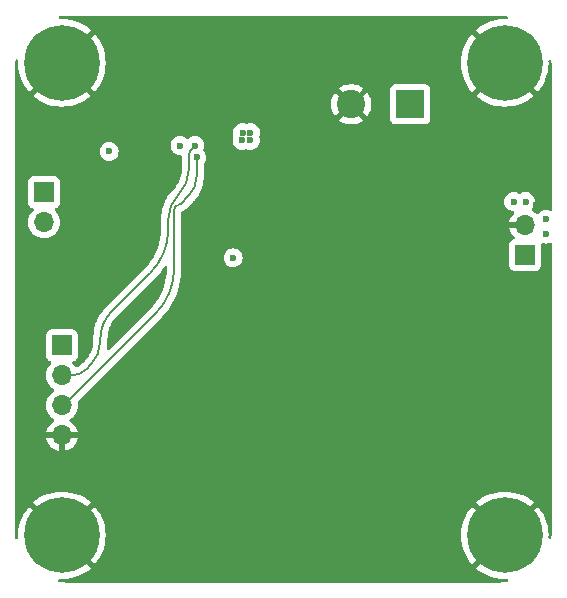
<source format=gbr>
%TF.GenerationSoftware,KiCad,Pcbnew,8.0.5*%
%TF.CreationDate,2024-09-18T15:37:43+10:00*%
%TF.ProjectId,mppt-board,6d707074-2d62-46f6-9172-642e6b696361,rev?*%
%TF.SameCoordinates,Original*%
%TF.FileFunction,Copper,L4,Inr*%
%TF.FilePolarity,Positive*%
%FSLAX46Y46*%
G04 Gerber Fmt 4.6, Leading zero omitted, Abs format (unit mm)*
G04 Created by KiCad (PCBNEW 8.0.5) date 2024-09-18 15:37:43*
%MOMM*%
%LPD*%
G01*
G04 APERTURE LIST*
%TA.AperFunction,ComponentPad*%
%ADD10C,6.400000*%
%TD*%
%TA.AperFunction,ComponentPad*%
%ADD11R,2.400000X2.400000*%
%TD*%
%TA.AperFunction,ComponentPad*%
%ADD12C,2.400000*%
%TD*%
%TA.AperFunction,ComponentPad*%
%ADD13R,1.700000X1.700000*%
%TD*%
%TA.AperFunction,ComponentPad*%
%ADD14O,1.700000X1.700000*%
%TD*%
%TA.AperFunction,ViaPad*%
%ADD15C,0.600000*%
%TD*%
%TA.AperFunction,Conductor*%
%ADD16C,0.200000*%
%TD*%
G04 APERTURE END LIST*
D10*
%TO.N,GND*%
%TO.C,H3*%
X66500000Y-94000000D03*
%TD*%
D11*
%TO.N,Net-(D1-A)*%
%TO.C,C2*%
X96000000Y-57500000D03*
D12*
%TO.N,GND*%
X91000000Y-57500000D03*
%TD*%
D10*
%TO.N,GND*%
%TO.C,H2*%
X104000000Y-54000000D03*
%TD*%
D13*
%TO.N,VCC*%
%TO.C,J2*%
X66500000Y-77920000D03*
D14*
%TO.N,/swclk*%
X66500000Y-80460000D03*
%TO.N,/swdio*%
X66500000Y-83000000D03*
%TO.N,GND*%
X66500000Y-85540000D03*
%TD*%
D13*
%TO.N,VBUS*%
%TO.C,SC1*%
X65000000Y-64960000D03*
D14*
%TO.N,Net-(SC1--)*%
X65000000Y-67500000D03*
%TD*%
D10*
%TO.N,GND*%
%TO.C,H1*%
X66500000Y-54000000D03*
%TD*%
D13*
%TO.N,Net-(D1-A)*%
%TO.C,J1*%
X105725000Y-70250000D03*
D14*
%TO.N,GND*%
X105725000Y-67710000D03*
%TD*%
D10*
%TO.N,GND*%
%TO.C,H4*%
X104000000Y-94000000D03*
%TD*%
D15*
%TO.N,*%
X107500000Y-68500000D03*
X107500000Y-67250000D03*
X104750000Y-65750000D03*
X105750000Y-65750000D03*
%TO.N,GND*%
X106680000Y-60960000D03*
X88900000Y-63500000D03*
X66040000Y-60960000D03*
X98000000Y-93000000D03*
X81280000Y-96520000D03*
X87500000Y-71750000D03*
X91000000Y-55000000D03*
X66750000Y-75000000D03*
X81280000Y-81280000D03*
X106680000Y-88900000D03*
X71500000Y-53000000D03*
X85750000Y-55000000D03*
X99060000Y-91440000D03*
X93000000Y-59500000D03*
X86360000Y-50800000D03*
X81280000Y-76200000D03*
X87250000Y-73250000D03*
X70750000Y-65000000D03*
X101600000Y-88900000D03*
X89000000Y-74500000D03*
X86000000Y-72750000D03*
X106680000Y-66040000D03*
X103000000Y-80500000D03*
X71120000Y-91440000D03*
X88250000Y-57500000D03*
X93250000Y-55250000D03*
X86360000Y-66040000D03*
X66750000Y-74000000D03*
X86360000Y-96520000D03*
X86360000Y-81280000D03*
X93250000Y-57250000D03*
X70500000Y-64000000D03*
X91440000Y-66040000D03*
X67500000Y-75500000D03*
X75000000Y-58500000D03*
X89000000Y-72000000D03*
X76750000Y-72750000D03*
X86360000Y-60960000D03*
X86500000Y-55000000D03*
X97250000Y-83500000D03*
X86360000Y-86360000D03*
X81280000Y-86360000D03*
X83750000Y-64250000D03*
X88750000Y-59750000D03*
X84750000Y-65000000D03*
X74750000Y-56000000D03*
X72500000Y-71000000D03*
X93500000Y-97500000D03*
X97750000Y-80500000D03*
X76750000Y-73750000D03*
X73000000Y-51750000D03*
X101600000Y-50800000D03*
X74750000Y-57250000D03*
X71500000Y-72250000D03*
X71120000Y-55880000D03*
X73250000Y-74500000D03*
X68250000Y-75500000D03*
X88750000Y-55500000D03*
X100250000Y-80500000D03*
X71120000Y-76200000D03*
X77000000Y-59750000D03*
X69000000Y-75500000D03*
X96520000Y-66040000D03*
X74750000Y-59500000D03*
X81280000Y-91440000D03*
X87750000Y-53500000D03*
X75000000Y-97750000D03*
X86500000Y-52000000D03*
X72000000Y-65250000D03*
X84750000Y-66000000D03*
X104140000Y-88900000D03*
X76000000Y-59750000D03*
X103000000Y-75000000D03*
X71120000Y-86360000D03*
X71120000Y-81280000D03*
X96520000Y-50800000D03*
X72500000Y-70000000D03*
X91440000Y-50800000D03*
X86360000Y-91440000D03*
X99060000Y-88900000D03*
X71120000Y-50800000D03*
X86360000Y-76200000D03*
X70500000Y-96750000D03*
X78500000Y-73000000D03*
X99060000Y-96520000D03*
X91250000Y-60000000D03*
X66040000Y-71120000D03*
%TO.N,VCC*%
X81750000Y-60550000D03*
X70500000Y-61500000D03*
X82450000Y-60550000D03*
X81800000Y-59900000D03*
X82450000Y-59900000D03*
%TO.N,/V_{drop}*%
X76500000Y-61000000D03*
X81000000Y-70500000D03*
%TO.N,/swdio*%
X77900000Y-62000000D03*
%TO.N,/swclk*%
X77750000Y-61000000D03*
%TD*%
D16*
%TO.N,/swdio*%
X66575000Y-83000000D02*
X66500000Y-83000000D01*
X76161611Y-66088388D02*
X76125000Y-66125000D01*
X66703033Y-82946966D02*
X74406207Y-75243792D01*
X76000000Y-66426776D02*
X76000000Y-71396036D01*
X77900000Y-62000000D02*
X77900000Y-63610050D01*
X77199999Y-65299999D02*
X76588388Y-65911611D01*
X66703033Y-82946966D02*
G75*
G02*
X66575000Y-82999989I-128033J128066D01*
G01*
X76000000Y-71396036D02*
G75*
G02*
X74406200Y-75243785I-5441600J36D01*
G01*
X76588388Y-65911611D02*
G75*
G02*
X76375000Y-65999992I-213388J213411D01*
G01*
X76125000Y-66125000D02*
G75*
G03*
X75999990Y-66426776I301800J-301800D01*
G01*
X76375000Y-66000000D02*
G75*
G03*
X76161607Y-66088384I0J-301800D01*
G01*
X77900000Y-63610050D02*
G75*
G02*
X77199985Y-65299985I-2390000J50D01*
G01*
%TO.N,/swclk*%
X77250000Y-63012563D02*
X77250000Y-61853553D01*
X69750000Y-77375000D02*
X69750000Y-77540847D01*
X77750000Y-61000000D02*
X77500000Y-61250000D01*
X67270000Y-80460000D02*
X66500000Y-80460000D01*
X75500000Y-68125000D02*
X75500000Y-67237436D01*
X73997397Y-71752601D02*
X70722271Y-75027728D01*
X68584472Y-79915527D02*
X68895000Y-79605000D01*
X77250000Y-63012563D02*
G75*
G02*
X76375032Y-65125032I-2987500J-37D01*
G01*
X75500000Y-68125000D02*
G75*
G02*
X73997397Y-71752601I-5130200J0D01*
G01*
X76375000Y-65125000D02*
G75*
G03*
X75500015Y-67237436I2112400J-2112400D01*
G01*
X68584472Y-79915527D02*
G75*
G02*
X67270000Y-80460012I-1314472J1314427D01*
G01*
X69750000Y-77540847D02*
G75*
G02*
X68894986Y-79604986I-2919200J47D01*
G01*
X77500000Y-61250000D02*
G75*
G03*
X77250022Y-61853553I603500J-603500D01*
G01*
X70722271Y-75027728D02*
G75*
G03*
X69749987Y-77375000I2347229J-2347272D01*
G01*
%TD*%
%TA.AperFunction,Conductor*%
%TO.N,GND*%
G36*
X75354677Y-71229392D02*
G01*
X75393701Y-71287348D01*
X75399500Y-71324823D01*
X75399500Y-71393605D01*
X75399404Y-71398474D01*
X75384765Y-71770988D01*
X75384001Y-71780694D01*
X75340467Y-72148496D01*
X75338944Y-72158113D01*
X75266685Y-72521374D01*
X75264412Y-72530841D01*
X75163880Y-72887298D01*
X75160872Y-72896558D01*
X75032674Y-73244049D01*
X75028948Y-73253044D01*
X74873883Y-73589404D01*
X74869464Y-73598075D01*
X74688492Y-73921223D01*
X74683411Y-73929516D01*
X74477639Y-74237475D01*
X74471916Y-74245351D01*
X74242619Y-74536214D01*
X74236296Y-74543618D01*
X73983037Y-74817591D01*
X73979662Y-74821101D01*
X70499801Y-78300961D01*
X70438478Y-78334446D01*
X70368786Y-78329462D01*
X70312853Y-78287590D01*
X70288436Y-78222126D01*
X70290502Y-78189091D01*
X70316597Y-78057916D01*
X70350498Y-77713765D01*
X70350498Y-77629900D01*
X70350500Y-77629893D01*
X70350500Y-77537353D01*
X70350501Y-77467943D01*
X70350500Y-77467938D01*
X70350500Y-77378480D01*
X70350695Y-77371527D01*
X70360112Y-77203843D01*
X70367207Y-77077506D01*
X70368761Y-77063709D01*
X70417506Y-76776826D01*
X70420600Y-76763271D01*
X70474578Y-76575909D01*
X70501162Y-76483635D01*
X70505742Y-76470544D01*
X70617115Y-76201670D01*
X70623132Y-76189177D01*
X70763902Y-75934475D01*
X70771287Y-75922722D01*
X70939691Y-75685384D01*
X70948343Y-75674534D01*
X71144753Y-75454754D01*
X71149492Y-75449742D01*
X71198443Y-75400792D01*
X71198443Y-75400790D01*
X71208647Y-75390587D01*
X71208651Y-75390582D01*
X74422014Y-72177219D01*
X74422015Y-72177219D01*
X74581227Y-72018007D01*
X74873687Y-71675581D01*
X75138378Y-71311265D01*
X75169774Y-71260030D01*
X75221584Y-71213158D01*
X75290514Y-71201735D01*
X75354677Y-71229392D01*
G37*
%TD.AperFunction*%
%TA.AperFunction,Conductor*%
G36*
X103502702Y-50000617D02*
G01*
X103886771Y-50017386D01*
X103897504Y-50018326D01*
X104191114Y-50056980D01*
X104255009Y-50085247D01*
X104293480Y-50143571D01*
X104294311Y-50213436D01*
X104257239Y-50272659D01*
X104194033Y-50302438D01*
X104168438Y-50303749D01*
X104000002Y-50294922D01*
X103999999Y-50294922D01*
X103612712Y-50315219D01*
X103229676Y-50375886D01*
X103229669Y-50375887D01*
X102855063Y-50476262D01*
X102493005Y-50615244D01*
X102147456Y-50791310D01*
X101822206Y-51002531D01*
X101564648Y-51211095D01*
X101564648Y-51211096D01*
X103059301Y-52705748D01*
X102957670Y-52779588D01*
X102779588Y-52957670D01*
X102705748Y-53059300D01*
X101211096Y-51564648D01*
X101211095Y-51564648D01*
X101002531Y-51822206D01*
X100791310Y-52147456D01*
X100615244Y-52493005D01*
X100476262Y-52855063D01*
X100375887Y-53229669D01*
X100375886Y-53229676D01*
X100315219Y-53612712D01*
X100294922Y-53999999D01*
X100294922Y-54000000D01*
X100315219Y-54387287D01*
X100375886Y-54770323D01*
X100375887Y-54770330D01*
X100476262Y-55144936D01*
X100615244Y-55506994D01*
X100791310Y-55852543D01*
X101002531Y-56177793D01*
X101211095Y-56435350D01*
X101211096Y-56435350D01*
X102705748Y-54940698D01*
X102779588Y-55042330D01*
X102957670Y-55220412D01*
X103059300Y-55294251D01*
X101564648Y-56788903D01*
X101564649Y-56788904D01*
X101822206Y-56997468D01*
X102147456Y-57208689D01*
X102493005Y-57384755D01*
X102855063Y-57523737D01*
X103229669Y-57624112D01*
X103229676Y-57624113D01*
X103612712Y-57684780D01*
X103999999Y-57705078D01*
X104000001Y-57705078D01*
X104387287Y-57684780D01*
X104770323Y-57624113D01*
X104770330Y-57624112D01*
X105144936Y-57523737D01*
X105506994Y-57384755D01*
X105852543Y-57208689D01*
X106177783Y-56997476D01*
X106177785Y-56997475D01*
X106435349Y-56788902D01*
X104940698Y-55294251D01*
X105042330Y-55220412D01*
X105220412Y-55042330D01*
X105294251Y-54940698D01*
X106788902Y-56435349D01*
X106997475Y-56177785D01*
X106997476Y-56177783D01*
X107208689Y-55852543D01*
X107384755Y-55506994D01*
X107523737Y-55144936D01*
X107624112Y-54770330D01*
X107624113Y-54770323D01*
X107684780Y-54387287D01*
X107705078Y-54000000D01*
X107705078Y-53999999D01*
X107696250Y-53831562D01*
X107712399Y-53763584D01*
X107762736Y-53715128D01*
X107831279Y-53701579D01*
X107896267Y-53727237D01*
X107937066Y-53783958D01*
X107943019Y-53808886D01*
X107981671Y-54102472D01*
X107982614Y-54113249D01*
X107999382Y-54497297D01*
X107999500Y-54502706D01*
X107999500Y-66401928D01*
X107979815Y-66468967D01*
X107927011Y-66514722D01*
X107857853Y-66524666D01*
X107834546Y-66518970D01*
X107679257Y-66464632D01*
X107679249Y-66464630D01*
X107500004Y-66444435D01*
X107499996Y-66444435D01*
X107320750Y-66464630D01*
X107320745Y-66464631D01*
X107150476Y-66524211D01*
X106997737Y-66620184D01*
X106870181Y-66747740D01*
X106868731Y-66749559D01*
X106867497Y-66750424D01*
X106865260Y-66752662D01*
X106864867Y-66752269D01*
X106811539Y-66789695D01*
X106741728Y-66792540D01*
X106684109Y-66759921D01*
X106596078Y-66671891D01*
X106402578Y-66536399D01*
X106353774Y-66513642D01*
X106301335Y-66467470D01*
X106282183Y-66400276D01*
X106302399Y-66333395D01*
X106318489Y-66313588D01*
X106379816Y-66252262D01*
X106475789Y-66099522D01*
X106535368Y-65929255D01*
X106535369Y-65929249D01*
X106555565Y-65750003D01*
X106555565Y-65749996D01*
X106535369Y-65570750D01*
X106535368Y-65570745D01*
X106475788Y-65400476D01*
X106379815Y-65247737D01*
X106252262Y-65120184D01*
X106099523Y-65024211D01*
X105929254Y-64964631D01*
X105929249Y-64964630D01*
X105750004Y-64944435D01*
X105749996Y-64944435D01*
X105570750Y-64964630D01*
X105570737Y-64964633D01*
X105400479Y-65024209D01*
X105315971Y-65077309D01*
X105248734Y-65096309D01*
X105184029Y-65077309D01*
X105099520Y-65024209D01*
X104929262Y-64964633D01*
X104929249Y-64964630D01*
X104750004Y-64944435D01*
X104749996Y-64944435D01*
X104570750Y-64964630D01*
X104570745Y-64964631D01*
X104400476Y-65024211D01*
X104247737Y-65120184D01*
X104120184Y-65247737D01*
X104024211Y-65400476D01*
X103964631Y-65570745D01*
X103964630Y-65570750D01*
X103944435Y-65749996D01*
X103944435Y-65750003D01*
X103964630Y-65929249D01*
X103964631Y-65929254D01*
X104024211Y-66099523D01*
X104066952Y-66167544D01*
X104120184Y-66252262D01*
X104247738Y-66379816D01*
X104338080Y-66436582D01*
X104391148Y-66469927D01*
X104400478Y-66475789D01*
X104567967Y-66534396D01*
X104570745Y-66535368D01*
X104570750Y-66535369D01*
X104647308Y-66543994D01*
X104692073Y-66549038D01*
X104756488Y-66576104D01*
X104796043Y-66633698D01*
X104798182Y-66703535D01*
X104765873Y-66759939D01*
X104686886Y-66838926D01*
X104551400Y-67032420D01*
X104551399Y-67032422D01*
X104451570Y-67246507D01*
X104451567Y-67246513D01*
X104394364Y-67459999D01*
X104394364Y-67460000D01*
X105291988Y-67460000D01*
X105259075Y-67517007D01*
X105225000Y-67644174D01*
X105225000Y-67775826D01*
X105259075Y-67902993D01*
X105291988Y-67960000D01*
X104394364Y-67960000D01*
X104451567Y-68173486D01*
X104451570Y-68173492D01*
X104551399Y-68387578D01*
X104686894Y-68581082D01*
X104808946Y-68703134D01*
X104842431Y-68764457D01*
X104837447Y-68834149D01*
X104795575Y-68890082D01*
X104764598Y-68906997D01*
X104632671Y-68956202D01*
X104632664Y-68956206D01*
X104517455Y-69042452D01*
X104517452Y-69042455D01*
X104431206Y-69157664D01*
X104431202Y-69157671D01*
X104380908Y-69292517D01*
X104374501Y-69352116D01*
X104374500Y-69352135D01*
X104374500Y-71147870D01*
X104374501Y-71147876D01*
X104380908Y-71207483D01*
X104431202Y-71342328D01*
X104431206Y-71342335D01*
X104517452Y-71457544D01*
X104517455Y-71457547D01*
X104632664Y-71543793D01*
X104632671Y-71543797D01*
X104767517Y-71594091D01*
X104767516Y-71594091D01*
X104774444Y-71594835D01*
X104827127Y-71600500D01*
X106622872Y-71600499D01*
X106682483Y-71594091D01*
X106817331Y-71543796D01*
X106932546Y-71457546D01*
X107018796Y-71342331D01*
X107069091Y-71207483D01*
X107075500Y-71147873D01*
X107075499Y-69374313D01*
X107095184Y-69307275D01*
X107147987Y-69261520D01*
X107217146Y-69251576D01*
X107240452Y-69257272D01*
X107264154Y-69265566D01*
X107320740Y-69285367D01*
X107320750Y-69285369D01*
X107499996Y-69305565D01*
X107500000Y-69305565D01*
X107500004Y-69305565D01*
X107679249Y-69285369D01*
X107679251Y-69285368D01*
X107679255Y-69285368D01*
X107679258Y-69285366D01*
X107679262Y-69285366D01*
X107834545Y-69231030D01*
X107904324Y-69227468D01*
X107964951Y-69262196D01*
X107997179Y-69324190D01*
X107999500Y-69348071D01*
X107999500Y-93497293D01*
X107999382Y-93502702D01*
X107982614Y-93886750D01*
X107981671Y-93897527D01*
X107943019Y-94191113D01*
X107914752Y-94255009D01*
X107856428Y-94293480D01*
X107786563Y-94294311D01*
X107727340Y-94257239D01*
X107697561Y-94194033D01*
X107696250Y-94168437D01*
X107705078Y-94000000D01*
X107705078Y-93999999D01*
X107684780Y-93612712D01*
X107624113Y-93229676D01*
X107624112Y-93229669D01*
X107523737Y-92855063D01*
X107384755Y-92493005D01*
X107208689Y-92147456D01*
X106997468Y-91822206D01*
X106788904Y-91564649D01*
X106788903Y-91564648D01*
X105294251Y-93059300D01*
X105220412Y-92957670D01*
X105042330Y-92779588D01*
X104940698Y-92705748D01*
X106435350Y-91211096D01*
X106435350Y-91211095D01*
X106177793Y-91002531D01*
X105852543Y-90791310D01*
X105506994Y-90615244D01*
X105144936Y-90476262D01*
X104770330Y-90375887D01*
X104770323Y-90375886D01*
X104387287Y-90315219D01*
X104000001Y-90294922D01*
X103999999Y-90294922D01*
X103612712Y-90315219D01*
X103229676Y-90375886D01*
X103229669Y-90375887D01*
X102855063Y-90476262D01*
X102493005Y-90615244D01*
X102147456Y-90791310D01*
X101822206Y-91002531D01*
X101564648Y-91211095D01*
X101564648Y-91211096D01*
X103059301Y-92705748D01*
X102957670Y-92779588D01*
X102779588Y-92957670D01*
X102705748Y-93059300D01*
X101211096Y-91564648D01*
X101211095Y-91564648D01*
X101002531Y-91822206D01*
X100791310Y-92147456D01*
X100615244Y-92493005D01*
X100476262Y-92855063D01*
X100375887Y-93229669D01*
X100375886Y-93229676D01*
X100315219Y-93612712D01*
X100294922Y-93999999D01*
X100294922Y-94000000D01*
X100315219Y-94387287D01*
X100375886Y-94770323D01*
X100375887Y-94770330D01*
X100476262Y-95144936D01*
X100615244Y-95506994D01*
X100791310Y-95852543D01*
X101002531Y-96177793D01*
X101211095Y-96435350D01*
X101211096Y-96435350D01*
X102705748Y-94940698D01*
X102779588Y-95042330D01*
X102957670Y-95220412D01*
X103059300Y-95294251D01*
X101564648Y-96788903D01*
X101564649Y-96788904D01*
X101822206Y-96997468D01*
X102147456Y-97208689D01*
X102493005Y-97384755D01*
X102855063Y-97523737D01*
X103229669Y-97624112D01*
X103229676Y-97624113D01*
X103612712Y-97684780D01*
X103999999Y-97705078D01*
X104000001Y-97705078D01*
X104168437Y-97696250D01*
X104236415Y-97712399D01*
X104284871Y-97762736D01*
X104298420Y-97831279D01*
X104272762Y-97896267D01*
X104216041Y-97937066D01*
X104191113Y-97943019D01*
X103897527Y-97981671D01*
X103886750Y-97982614D01*
X103502703Y-97999382D01*
X103497294Y-97999500D01*
X67002706Y-97999500D01*
X66997297Y-97999382D01*
X66613249Y-97982614D01*
X66602474Y-97981671D01*
X66513376Y-97969941D01*
X66308886Y-97943019D01*
X66244990Y-97914752D01*
X66206519Y-97856428D01*
X66205688Y-97786563D01*
X66242760Y-97727340D01*
X66305966Y-97697561D01*
X66331562Y-97696250D01*
X66499999Y-97705078D01*
X66500001Y-97705078D01*
X66887287Y-97684780D01*
X67270323Y-97624113D01*
X67270330Y-97624112D01*
X67644936Y-97523737D01*
X68006994Y-97384755D01*
X68352543Y-97208689D01*
X68677783Y-96997476D01*
X68677785Y-96997475D01*
X68935349Y-96788902D01*
X67440698Y-95294251D01*
X67542330Y-95220412D01*
X67720412Y-95042330D01*
X67794251Y-94940698D01*
X69288902Y-96435349D01*
X69497475Y-96177785D01*
X69497476Y-96177783D01*
X69708689Y-95852543D01*
X69884755Y-95506994D01*
X70023737Y-95144936D01*
X70124112Y-94770330D01*
X70124113Y-94770323D01*
X70184780Y-94387287D01*
X70205078Y-94000000D01*
X70205078Y-93999999D01*
X70184780Y-93612712D01*
X70124113Y-93229676D01*
X70124112Y-93229669D01*
X70023737Y-92855063D01*
X69884755Y-92493005D01*
X69708689Y-92147456D01*
X69497468Y-91822206D01*
X69288904Y-91564649D01*
X69288903Y-91564648D01*
X67794251Y-93059300D01*
X67720412Y-92957670D01*
X67542330Y-92779588D01*
X67440698Y-92705748D01*
X68935350Y-91211096D01*
X68935350Y-91211095D01*
X68677793Y-91002531D01*
X68352543Y-90791310D01*
X68006994Y-90615244D01*
X67644936Y-90476262D01*
X67270330Y-90375887D01*
X67270323Y-90375886D01*
X66887287Y-90315219D01*
X66500001Y-90294922D01*
X66499999Y-90294922D01*
X66112712Y-90315219D01*
X65729676Y-90375886D01*
X65729669Y-90375887D01*
X65355063Y-90476262D01*
X64993005Y-90615244D01*
X64647456Y-90791310D01*
X64322206Y-91002531D01*
X64064648Y-91211095D01*
X64064648Y-91211096D01*
X65559301Y-92705748D01*
X65457670Y-92779588D01*
X65279588Y-92957670D01*
X65205748Y-93059301D01*
X63711096Y-91564648D01*
X63711095Y-91564648D01*
X63502531Y-91822206D01*
X63291310Y-92147456D01*
X63115244Y-92493005D01*
X62976262Y-92855063D01*
X62875887Y-93229669D01*
X62875886Y-93229676D01*
X62815219Y-93612712D01*
X62794922Y-93999999D01*
X62794922Y-94000001D01*
X62803749Y-94168438D01*
X62787600Y-94236415D01*
X62737263Y-94284871D01*
X62668719Y-94298420D01*
X62603732Y-94272761D01*
X62562933Y-94216040D01*
X62556981Y-94191118D01*
X62518326Y-93897504D01*
X62517386Y-93886771D01*
X62500618Y-93502702D01*
X62500500Y-93497293D01*
X62500500Y-80459999D01*
X65144341Y-80459999D01*
X65144341Y-80460000D01*
X65164936Y-80695403D01*
X65164938Y-80695413D01*
X65226094Y-80923655D01*
X65226096Y-80923659D01*
X65226097Y-80923663D01*
X65316265Y-81117029D01*
X65325965Y-81137830D01*
X65325967Y-81137834D01*
X65461501Y-81331395D01*
X65461506Y-81331402D01*
X65628597Y-81498493D01*
X65628603Y-81498498D01*
X65814158Y-81628425D01*
X65857783Y-81683002D01*
X65864977Y-81752500D01*
X65833454Y-81814855D01*
X65814158Y-81831575D01*
X65628597Y-81961505D01*
X65461505Y-82128597D01*
X65325965Y-82322169D01*
X65325964Y-82322171D01*
X65226098Y-82536335D01*
X65226094Y-82536344D01*
X65164938Y-82764586D01*
X65164936Y-82764596D01*
X65144341Y-82999999D01*
X65144341Y-83000000D01*
X65164936Y-83235403D01*
X65164938Y-83235413D01*
X65226094Y-83463655D01*
X65226096Y-83463659D01*
X65226097Y-83463663D01*
X65325965Y-83677830D01*
X65325967Y-83677834D01*
X65461501Y-83871395D01*
X65461506Y-83871402D01*
X65628597Y-84038493D01*
X65628603Y-84038498D01*
X65814594Y-84168730D01*
X65858219Y-84223307D01*
X65865413Y-84292805D01*
X65833890Y-84355160D01*
X65814595Y-84371880D01*
X65628922Y-84501890D01*
X65628920Y-84501891D01*
X65461891Y-84668920D01*
X65461886Y-84668926D01*
X65326400Y-84862420D01*
X65326399Y-84862422D01*
X65226570Y-85076507D01*
X65226567Y-85076513D01*
X65169364Y-85289999D01*
X65169364Y-85290000D01*
X66066988Y-85290000D01*
X66034075Y-85347007D01*
X66000000Y-85474174D01*
X66000000Y-85605826D01*
X66034075Y-85732993D01*
X66066988Y-85790000D01*
X65169364Y-85790000D01*
X65226567Y-86003486D01*
X65226570Y-86003492D01*
X65326399Y-86217578D01*
X65461894Y-86411082D01*
X65628917Y-86578105D01*
X65822421Y-86713600D01*
X66036507Y-86813429D01*
X66036516Y-86813433D01*
X66250000Y-86870634D01*
X66250000Y-85973012D01*
X66307007Y-86005925D01*
X66434174Y-86040000D01*
X66565826Y-86040000D01*
X66692993Y-86005925D01*
X66750000Y-85973012D01*
X66750000Y-86870633D01*
X66963483Y-86813433D01*
X66963492Y-86813429D01*
X67177578Y-86713600D01*
X67371082Y-86578105D01*
X67538105Y-86411082D01*
X67673600Y-86217578D01*
X67773429Y-86003492D01*
X67773432Y-86003486D01*
X67830636Y-85790000D01*
X66933012Y-85790000D01*
X66965925Y-85732993D01*
X67000000Y-85605826D01*
X67000000Y-85474174D01*
X66965925Y-85347007D01*
X66933012Y-85290000D01*
X67830636Y-85290000D01*
X67830635Y-85289999D01*
X67773432Y-85076513D01*
X67773429Y-85076507D01*
X67673600Y-84862422D01*
X67673599Y-84862420D01*
X67538113Y-84668926D01*
X67538108Y-84668920D01*
X67371078Y-84501890D01*
X67185405Y-84371879D01*
X67141780Y-84317302D01*
X67134588Y-84247804D01*
X67166110Y-84185449D01*
X67185406Y-84168730D01*
X67371401Y-84038495D01*
X67538495Y-83871401D01*
X67674035Y-83677830D01*
X67773903Y-83463663D01*
X67835063Y-83235408D01*
X67855659Y-83000000D01*
X67835063Y-82764592D01*
X67835061Y-82764586D01*
X67832371Y-82754545D01*
X67834032Y-82684695D01*
X67864462Y-82634770D01*
X74886726Y-75612508D01*
X74886726Y-75612507D01*
X74892724Y-75606510D01*
X74892825Y-75606393D01*
X74983406Y-75515813D01*
X75266032Y-75189644D01*
X75266031Y-75189644D01*
X75266039Y-75189636D01*
X75524668Y-74844147D01*
X75524667Y-74844147D01*
X75524671Y-74844143D01*
X75758002Y-74481072D01*
X75964839Y-74102281D01*
X76144126Y-73709699D01*
X76294950Y-73305327D01*
X76416543Y-72891226D01*
X76508284Y-72469506D01*
X76569707Y-72042316D01*
X76600498Y-71611832D01*
X76600498Y-71489530D01*
X76600500Y-71489526D01*
X76600500Y-70499996D01*
X80194435Y-70499996D01*
X80194435Y-70500003D01*
X80214630Y-70679249D01*
X80214631Y-70679254D01*
X80274211Y-70849523D01*
X80370184Y-71002262D01*
X80497738Y-71129816D01*
X80588080Y-71186582D01*
X80621342Y-71207482D01*
X80650478Y-71225789D01*
X80748342Y-71260033D01*
X80820745Y-71285368D01*
X80820750Y-71285369D01*
X80999996Y-71305565D01*
X81000000Y-71305565D01*
X81000004Y-71305565D01*
X81179249Y-71285369D01*
X81179252Y-71285368D01*
X81179255Y-71285368D01*
X81349522Y-71225789D01*
X81502262Y-71129816D01*
X81629816Y-71002262D01*
X81725789Y-70849522D01*
X81785368Y-70679255D01*
X81805565Y-70500000D01*
X81793668Y-70394411D01*
X81785369Y-70320750D01*
X81785368Y-70320745D01*
X81725788Y-70150476D01*
X81629815Y-69997737D01*
X81502262Y-69870184D01*
X81349523Y-69774211D01*
X81179254Y-69714631D01*
X81179249Y-69714630D01*
X81000004Y-69694435D01*
X80999996Y-69694435D01*
X80820750Y-69714630D01*
X80820745Y-69714631D01*
X80650476Y-69774211D01*
X80497737Y-69870184D01*
X80370184Y-69997737D01*
X80274211Y-70150476D01*
X80214631Y-70320745D01*
X80214630Y-70320750D01*
X80194435Y-70499996D01*
X76600500Y-70499996D01*
X76600500Y-66663748D01*
X76620185Y-66596709D01*
X76672989Y-66550954D01*
X76686172Y-66545820D01*
X76721337Y-66534396D01*
X76847875Y-66469927D01*
X76941434Y-66401957D01*
X76952292Y-66394907D01*
X76957104Y-66392130D01*
X77004552Y-66344681D01*
X77012982Y-66336251D01*
X77012983Y-66336252D01*
X77064543Y-66284696D01*
X77064544Y-66284693D01*
X77071589Y-66277649D01*
X77071623Y-66277608D01*
X77601648Y-65747585D01*
X77624617Y-65724617D01*
X77624616Y-65724616D01*
X77660915Y-65688320D01*
X77660927Y-65688305D01*
X77680518Y-65668715D01*
X77680520Y-65668710D01*
X77686417Y-65662814D01*
X77686600Y-65662605D01*
X77728480Y-65620726D01*
X77728480Y-65620725D01*
X77728484Y-65620722D01*
X77914882Y-65393597D01*
X78078121Y-65149295D01*
X78216629Y-64890170D01*
X78329072Y-64618717D01*
X78414367Y-64337550D01*
X78471693Y-64049377D01*
X78500498Y-63756973D01*
X78500498Y-63703553D01*
X78500500Y-63703536D01*
X78500500Y-63609500D01*
X78500501Y-63537149D01*
X78500500Y-63537144D01*
X78500500Y-62582412D01*
X78520185Y-62515373D01*
X78527555Y-62505097D01*
X78529810Y-62502267D01*
X78529816Y-62502262D01*
X78625789Y-62349522D01*
X78685368Y-62179255D01*
X78685369Y-62179249D01*
X78705565Y-62000003D01*
X78705565Y-61999996D01*
X78685369Y-61820750D01*
X78685368Y-61820745D01*
X78652141Y-61725788D01*
X78625789Y-61650478D01*
X78529816Y-61497738D01*
X78506467Y-61474389D01*
X78472982Y-61413066D01*
X78477106Y-61345756D01*
X78535368Y-61179255D01*
X78535369Y-61179249D01*
X78555565Y-61000003D01*
X78555565Y-60999996D01*
X78535369Y-60820750D01*
X78535368Y-60820745D01*
X78475788Y-60650476D01*
X78412652Y-60549996D01*
X80944435Y-60549996D01*
X80944435Y-60550003D01*
X80964630Y-60729249D01*
X80964631Y-60729254D01*
X81024211Y-60899523D01*
X81087347Y-61000003D01*
X81120184Y-61052262D01*
X81247738Y-61179816D01*
X81400478Y-61275789D01*
X81528955Y-61320745D01*
X81570745Y-61335368D01*
X81570750Y-61335369D01*
X81749996Y-61355565D01*
X81750000Y-61355565D01*
X81750004Y-61355565D01*
X81929249Y-61335369D01*
X81929251Y-61335368D01*
X81929255Y-61335368D01*
X81929258Y-61335366D01*
X81929262Y-61335366D01*
X82059045Y-61289953D01*
X82128824Y-61286391D01*
X82140955Y-61289953D01*
X82270737Y-61335366D01*
X82270743Y-61335367D01*
X82270745Y-61335368D01*
X82270746Y-61335368D01*
X82270750Y-61335369D01*
X82449996Y-61355565D01*
X82450000Y-61355565D01*
X82450004Y-61355565D01*
X82629249Y-61335369D01*
X82629252Y-61335368D01*
X82629255Y-61335368D01*
X82799522Y-61275789D01*
X82952262Y-61179816D01*
X83079816Y-61052262D01*
X83175789Y-60899522D01*
X83235368Y-60729255D01*
X83237016Y-60714630D01*
X83255565Y-60550003D01*
X83255565Y-60549996D01*
X83235369Y-60370750D01*
X83235368Y-60370748D01*
X83235368Y-60370745D01*
X83198698Y-60265951D01*
X83195136Y-60196177D01*
X83198692Y-60184067D01*
X83235368Y-60079255D01*
X83255565Y-59900000D01*
X83235368Y-59720745D01*
X83175789Y-59550478D01*
X83079816Y-59397738D01*
X82952262Y-59270184D01*
X82841361Y-59200500D01*
X82799523Y-59174211D01*
X82629254Y-59114631D01*
X82629249Y-59114630D01*
X82450004Y-59094435D01*
X82449996Y-59094435D01*
X82270747Y-59114631D01*
X82165954Y-59151299D01*
X82096175Y-59154860D01*
X82084046Y-59151299D01*
X81979252Y-59114631D01*
X81800004Y-59094435D01*
X81799996Y-59094435D01*
X81620750Y-59114630D01*
X81620745Y-59114631D01*
X81450476Y-59174211D01*
X81297737Y-59270184D01*
X81170184Y-59397737D01*
X81074211Y-59550476D01*
X81014631Y-59720745D01*
X81014630Y-59720750D01*
X80994435Y-59899996D01*
X80994435Y-59900003D01*
X81014631Y-60079253D01*
X81014632Y-60079257D01*
X81026299Y-60112602D01*
X81029860Y-60182381D01*
X81026299Y-60194508D01*
X80964632Y-60370742D01*
X80964630Y-60370750D01*
X80944435Y-60549996D01*
X78412652Y-60549996D01*
X78379815Y-60497737D01*
X78252262Y-60370184D01*
X78099523Y-60274211D01*
X77929254Y-60214631D01*
X77929249Y-60214630D01*
X77750004Y-60194435D01*
X77749996Y-60194435D01*
X77570750Y-60214630D01*
X77570745Y-60214631D01*
X77400476Y-60274211D01*
X77247737Y-60370184D01*
X77212681Y-60405241D01*
X77151358Y-60438726D01*
X77081666Y-60433742D01*
X77037319Y-60405241D01*
X77002262Y-60370184D01*
X76849523Y-60274211D01*
X76679254Y-60214631D01*
X76679249Y-60214630D01*
X76500004Y-60194435D01*
X76499996Y-60194435D01*
X76320750Y-60214630D01*
X76320745Y-60214631D01*
X76150476Y-60274211D01*
X75997737Y-60370184D01*
X75870184Y-60497737D01*
X75774211Y-60650476D01*
X75714631Y-60820745D01*
X75714630Y-60820750D01*
X75694435Y-60999996D01*
X75694435Y-61000003D01*
X75714630Y-61179249D01*
X75714631Y-61179254D01*
X75774211Y-61349523D01*
X75810556Y-61407365D01*
X75870184Y-61502262D01*
X75997738Y-61629816D01*
X76150478Y-61725789D01*
X76320745Y-61785368D01*
X76320750Y-61785369D01*
X76499996Y-61805565D01*
X76499998Y-61805565D01*
X76499998Y-61805564D01*
X76500000Y-61805565D01*
X76511614Y-61804256D01*
X76580435Y-61816309D01*
X76631816Y-61863657D01*
X76649500Y-61927476D01*
X76649500Y-63009092D01*
X76649305Y-63016043D01*
X76634885Y-63272875D01*
X76633328Y-63286693D01*
X76590827Y-63536854D01*
X76587733Y-63550411D01*
X76517491Y-63794242D01*
X76512899Y-63807367D01*
X76415796Y-64041807D01*
X76409763Y-64054335D01*
X76287024Y-64276425D01*
X76279626Y-64288199D01*
X76132793Y-64495150D01*
X76124123Y-64506022D01*
X75953421Y-64697046D01*
X75948641Y-64702102D01*
X75825738Y-64825004D01*
X75602094Y-65097514D01*
X75602085Y-65097526D01*
X75406246Y-65390622D01*
X75406238Y-65390635D01*
X75400977Y-65400478D01*
X75240057Y-65701542D01*
X75240054Y-65701548D01*
X75240054Y-65701549D01*
X75105155Y-66027229D01*
X75105153Y-66027235D01*
X75105152Y-66027238D01*
X75002820Y-66364589D01*
X75002819Y-66364593D01*
X75002819Y-66364594D01*
X74934046Y-66710356D01*
X74934046Y-66710359D01*
X74923035Y-66822171D01*
X74901945Y-67036337D01*
X74899498Y-67061181D01*
X74899500Y-67208165D01*
X74899500Y-68122293D01*
X74899382Y-68127702D01*
X74882499Y-68514384D01*
X74881556Y-68525160D01*
X74831391Y-68906200D01*
X74829513Y-68916854D01*
X74746325Y-69292089D01*
X74743525Y-69302537D01*
X74627952Y-69669088D01*
X74624252Y-69679254D01*
X74477172Y-70034336D01*
X74472600Y-70044140D01*
X74295136Y-70385043D01*
X74289728Y-70394411D01*
X74083218Y-70718568D01*
X74077013Y-70727429D01*
X73843044Y-71032344D01*
X73836098Y-71040622D01*
X73666424Y-71225788D01*
X73574608Y-71325987D01*
X73570867Y-71329894D01*
X70322819Y-74577944D01*
X70322817Y-74577946D01*
X70297657Y-74603104D01*
X70297658Y-74603105D01*
X70236599Y-74664165D01*
X70236474Y-74664306D01*
X70176639Y-74724141D01*
X70176628Y-74724153D01*
X69956609Y-74986358D01*
X69760271Y-75266752D01*
X69589114Y-75563202D01*
X69444450Y-75873429D01*
X69444449Y-75873432D01*
X69424446Y-75928390D01*
X69327372Y-76195097D01*
X69327371Y-76195102D01*
X69238775Y-76525736D01*
X69238775Y-76525739D01*
X69179334Y-76862841D01*
X69149500Y-77203843D01*
X69149500Y-77537353D01*
X69149305Y-77544308D01*
X69135307Y-77793490D01*
X69133750Y-77807308D01*
X69092524Y-78049926D01*
X69089429Y-78063482D01*
X69021303Y-78299943D01*
X69016711Y-78313067D01*
X68922534Y-78540428D01*
X68916500Y-78552957D01*
X68797463Y-78768336D01*
X68790065Y-78780110D01*
X68647656Y-78980814D01*
X68638989Y-78991681D01*
X68581444Y-79056074D01*
X68472444Y-79178044D01*
X68467666Y-79183097D01*
X68453490Y-79197273D01*
X68245411Y-79405351D01*
X68211407Y-79439355D01*
X68211404Y-79439358D01*
X68191263Y-79459500D01*
X68163292Y-79487471D01*
X68156145Y-79494077D01*
X68017112Y-79612827D01*
X68001370Y-79624265D01*
X67849640Y-79717247D01*
X67832302Y-79726081D01*
X67771119Y-79751424D01*
X67701650Y-79758893D01*
X67639170Y-79727618D01*
X67622091Y-79707986D01*
X67538496Y-79588600D01*
X67538495Y-79588599D01*
X67416567Y-79466671D01*
X67383084Y-79405351D01*
X67388068Y-79335659D01*
X67429939Y-79279725D01*
X67460915Y-79262810D01*
X67592331Y-79213796D01*
X67707546Y-79127546D01*
X67793796Y-79012331D01*
X67844091Y-78877483D01*
X67850500Y-78817873D01*
X67850499Y-77022128D01*
X67844091Y-76962517D01*
X67806915Y-76862844D01*
X67793797Y-76827671D01*
X67793793Y-76827664D01*
X67707547Y-76712455D01*
X67707544Y-76712452D01*
X67592335Y-76626206D01*
X67592328Y-76626202D01*
X67457482Y-76575908D01*
X67457483Y-76575908D01*
X67397883Y-76569501D01*
X67397881Y-76569500D01*
X67397873Y-76569500D01*
X67397864Y-76569500D01*
X65602129Y-76569500D01*
X65602123Y-76569501D01*
X65542516Y-76575908D01*
X65407671Y-76626202D01*
X65407664Y-76626206D01*
X65292455Y-76712452D01*
X65292452Y-76712455D01*
X65206206Y-76827664D01*
X65206202Y-76827671D01*
X65155908Y-76962517D01*
X65149501Y-77022116D01*
X65149501Y-77022123D01*
X65149500Y-77022135D01*
X65149500Y-78817870D01*
X65149501Y-78817876D01*
X65155908Y-78877483D01*
X65206202Y-79012328D01*
X65206206Y-79012335D01*
X65292452Y-79127544D01*
X65292455Y-79127547D01*
X65407664Y-79213793D01*
X65407671Y-79213797D01*
X65539081Y-79262810D01*
X65595015Y-79304681D01*
X65619432Y-79370145D01*
X65604580Y-79438418D01*
X65583430Y-79466673D01*
X65461503Y-79588600D01*
X65325965Y-79782169D01*
X65325964Y-79782171D01*
X65226098Y-79996335D01*
X65226094Y-79996344D01*
X65164938Y-80224586D01*
X65164936Y-80224596D01*
X65144341Y-80459999D01*
X62500500Y-80459999D01*
X62500500Y-67499999D01*
X63644341Y-67499999D01*
X63644341Y-67500000D01*
X63664936Y-67735403D01*
X63664938Y-67735413D01*
X63726094Y-67963655D01*
X63726096Y-67963659D01*
X63726097Y-67963663D01*
X63800068Y-68122293D01*
X63825965Y-68177830D01*
X63825967Y-68177834D01*
X63926035Y-68320745D01*
X63961505Y-68371401D01*
X64128599Y-68538495D01*
X64225384Y-68606265D01*
X64322165Y-68674032D01*
X64322167Y-68674033D01*
X64322170Y-68674035D01*
X64536337Y-68773903D01*
X64764592Y-68835063D01*
X64952918Y-68851539D01*
X64999999Y-68855659D01*
X65000000Y-68855659D01*
X65000001Y-68855659D01*
X65039234Y-68852226D01*
X65235408Y-68835063D01*
X65463663Y-68773903D01*
X65677830Y-68674035D01*
X65871401Y-68538495D01*
X66038495Y-68371401D01*
X66174035Y-68177830D01*
X66273903Y-67963663D01*
X66335063Y-67735408D01*
X66355659Y-67500000D01*
X66335063Y-67264592D01*
X66288626Y-67091285D01*
X66273905Y-67036344D01*
X66273904Y-67036343D01*
X66273903Y-67036337D01*
X66174035Y-66822171D01*
X66153287Y-66792540D01*
X66038496Y-66628600D01*
X65983551Y-66573655D01*
X65916567Y-66506671D01*
X65883084Y-66445351D01*
X65888068Y-66375659D01*
X65929939Y-66319725D01*
X65960915Y-66302810D01*
X66092331Y-66253796D01*
X66207546Y-66167546D01*
X66293796Y-66052331D01*
X66344091Y-65917483D01*
X66350500Y-65857873D01*
X66350499Y-64062128D01*
X66344091Y-64002517D01*
X66293796Y-63867669D01*
X66293795Y-63867668D01*
X66293793Y-63867664D01*
X66207547Y-63752455D01*
X66207544Y-63752452D01*
X66092335Y-63666206D01*
X66092328Y-63666202D01*
X65957482Y-63615908D01*
X65957483Y-63615908D01*
X65897883Y-63609501D01*
X65897881Y-63609500D01*
X65897873Y-63609500D01*
X65897864Y-63609500D01*
X64102129Y-63609500D01*
X64102123Y-63609501D01*
X64042516Y-63615908D01*
X63907671Y-63666202D01*
X63907664Y-63666206D01*
X63792455Y-63752452D01*
X63792452Y-63752455D01*
X63706206Y-63867664D01*
X63706202Y-63867671D01*
X63655908Y-64002517D01*
X63649501Y-64062116D01*
X63649501Y-64062123D01*
X63649500Y-64062135D01*
X63649500Y-65857870D01*
X63649501Y-65857876D01*
X63655908Y-65917483D01*
X63706202Y-66052328D01*
X63706206Y-66052335D01*
X63792452Y-66167544D01*
X63792455Y-66167547D01*
X63907664Y-66253793D01*
X63907671Y-66253797D01*
X64039081Y-66302810D01*
X64095015Y-66344681D01*
X64119432Y-66410145D01*
X64104580Y-66478418D01*
X64083430Y-66506673D01*
X63961503Y-66628600D01*
X63825965Y-66822169D01*
X63825964Y-66822171D01*
X63726098Y-67036335D01*
X63726094Y-67036344D01*
X63664938Y-67264586D01*
X63664936Y-67264596D01*
X63644341Y-67499999D01*
X62500500Y-67499999D01*
X62500500Y-61499996D01*
X69694435Y-61499996D01*
X69694435Y-61500003D01*
X69714630Y-61679249D01*
X69714631Y-61679254D01*
X69774211Y-61849523D01*
X69868760Y-61999996D01*
X69870184Y-62002262D01*
X69997738Y-62129816D01*
X70150478Y-62225789D01*
X70320745Y-62285368D01*
X70320750Y-62285369D01*
X70499996Y-62305565D01*
X70500000Y-62305565D01*
X70500004Y-62305565D01*
X70679249Y-62285369D01*
X70679252Y-62285368D01*
X70679255Y-62285368D01*
X70849522Y-62225789D01*
X71002262Y-62129816D01*
X71129816Y-62002262D01*
X71225789Y-61849522D01*
X71285368Y-61679255D01*
X71285369Y-61679249D01*
X71305565Y-61500003D01*
X71305565Y-61499996D01*
X71285369Y-61320750D01*
X71285368Y-61320745D01*
X71235860Y-61179259D01*
X71225789Y-61150478D01*
X71129816Y-60997738D01*
X71002262Y-60870184D01*
X70849523Y-60774211D01*
X70679254Y-60714631D01*
X70679249Y-60714630D01*
X70500004Y-60694435D01*
X70499996Y-60694435D01*
X70320750Y-60714630D01*
X70320745Y-60714631D01*
X70150476Y-60774211D01*
X69997737Y-60870184D01*
X69870184Y-60997737D01*
X69774211Y-61150476D01*
X69714631Y-61320745D01*
X69714630Y-61320750D01*
X69694435Y-61499996D01*
X62500500Y-61499996D01*
X62500500Y-54502706D01*
X62500618Y-54497297D01*
X62506894Y-54353553D01*
X62517386Y-54113226D01*
X62518325Y-54102497D01*
X62556981Y-53808883D01*
X62585247Y-53744990D01*
X62643571Y-53706519D01*
X62713436Y-53705688D01*
X62772659Y-53742760D01*
X62802438Y-53805966D01*
X62803749Y-53831561D01*
X62794922Y-53999998D01*
X62794922Y-54000000D01*
X62815219Y-54387287D01*
X62875886Y-54770323D01*
X62875887Y-54770330D01*
X62976262Y-55144936D01*
X63115244Y-55506994D01*
X63291310Y-55852543D01*
X63502531Y-56177793D01*
X63711095Y-56435350D01*
X63711096Y-56435350D01*
X65205747Y-54940698D01*
X65279588Y-55042330D01*
X65457670Y-55220412D01*
X65559300Y-55294251D01*
X64064648Y-56788903D01*
X64064649Y-56788904D01*
X64322206Y-56997468D01*
X64647456Y-57208689D01*
X64993005Y-57384755D01*
X65355063Y-57523737D01*
X65729669Y-57624112D01*
X65729676Y-57624113D01*
X66112712Y-57684780D01*
X66499999Y-57705078D01*
X66500001Y-57705078D01*
X66887287Y-57684780D01*
X67270323Y-57624113D01*
X67270330Y-57624112D01*
X67644936Y-57523737D01*
X67706786Y-57499995D01*
X89295233Y-57499995D01*
X89295233Y-57500004D01*
X89314273Y-57754079D01*
X89370968Y-58002477D01*
X89370973Y-58002494D01*
X89464058Y-58239671D01*
X89464057Y-58239671D01*
X89591454Y-58460327D01*
X89591461Y-58460338D01*
X89633452Y-58512991D01*
X89633453Y-58512992D01*
X90435387Y-57711058D01*
X90440889Y-57731591D01*
X90519881Y-57868408D01*
X90631592Y-57980119D01*
X90768409Y-58059111D01*
X90788940Y-58064612D01*
X89986813Y-58866738D01*
X90147616Y-58976371D01*
X90147624Y-58976376D01*
X90377176Y-59086921D01*
X90377174Y-59086921D01*
X90620652Y-59162024D01*
X90620658Y-59162026D01*
X90872595Y-59199999D01*
X90872604Y-59200000D01*
X91127396Y-59200000D01*
X91127404Y-59199999D01*
X91379341Y-59162026D01*
X91379347Y-59162024D01*
X91622824Y-59086921D01*
X91852376Y-58976376D01*
X91852377Y-58976375D01*
X92013185Y-58866738D01*
X91211060Y-58064612D01*
X91231591Y-58059111D01*
X91368408Y-57980119D01*
X91480119Y-57868408D01*
X91559111Y-57731591D01*
X91564612Y-57711059D01*
X92366544Y-58512992D01*
X92366546Y-58512991D01*
X92408544Y-58460330D01*
X92535941Y-58239671D01*
X92629026Y-58002494D01*
X92629031Y-58002477D01*
X92685726Y-57754079D01*
X92704767Y-57500004D01*
X92704767Y-57499995D01*
X92685726Y-57245920D01*
X92629031Y-56997522D01*
X92629026Y-56997505D01*
X92535941Y-56760328D01*
X92535942Y-56760328D01*
X92408545Y-56539672D01*
X92366545Y-56487006D01*
X91564612Y-57288939D01*
X91559111Y-57268409D01*
X91480119Y-57131592D01*
X91368408Y-57019881D01*
X91231591Y-56940889D01*
X91211059Y-56935387D01*
X91894310Y-56252135D01*
X94299500Y-56252135D01*
X94299500Y-58747870D01*
X94299501Y-58747876D01*
X94305908Y-58807483D01*
X94356202Y-58942328D01*
X94356206Y-58942335D01*
X94442452Y-59057544D01*
X94442455Y-59057547D01*
X94557664Y-59143793D01*
X94557671Y-59143797D01*
X94692517Y-59194091D01*
X94692516Y-59194091D01*
X94699444Y-59194835D01*
X94752127Y-59200500D01*
X97247872Y-59200499D01*
X97307483Y-59194091D01*
X97442331Y-59143796D01*
X97557546Y-59057546D01*
X97643796Y-58942331D01*
X97694091Y-58807483D01*
X97700500Y-58747873D01*
X97700499Y-56252128D01*
X97694091Y-56192517D01*
X97688599Y-56177793D01*
X97643797Y-56057671D01*
X97643793Y-56057664D01*
X97557547Y-55942455D01*
X97557544Y-55942452D01*
X97442335Y-55856206D01*
X97442328Y-55856202D01*
X97307482Y-55805908D01*
X97307483Y-55805908D01*
X97247883Y-55799501D01*
X97247881Y-55799500D01*
X97247873Y-55799500D01*
X97247864Y-55799500D01*
X94752129Y-55799500D01*
X94752123Y-55799501D01*
X94692516Y-55805908D01*
X94557671Y-55856202D01*
X94557664Y-55856206D01*
X94442455Y-55942452D01*
X94442452Y-55942455D01*
X94356206Y-56057664D01*
X94356202Y-56057671D01*
X94305908Y-56192517D01*
X94299501Y-56252116D01*
X94299501Y-56252123D01*
X94299500Y-56252135D01*
X91894310Y-56252135D01*
X92013185Y-56133260D01*
X91852384Y-56023628D01*
X91852376Y-56023623D01*
X91622823Y-55913078D01*
X91622825Y-55913078D01*
X91379347Y-55837975D01*
X91379341Y-55837973D01*
X91127404Y-55800000D01*
X90872595Y-55800000D01*
X90620658Y-55837973D01*
X90620652Y-55837975D01*
X90377175Y-55913078D01*
X90147622Y-56023625D01*
X90147609Y-56023632D01*
X89986813Y-56133259D01*
X90788941Y-56935387D01*
X90768409Y-56940889D01*
X90631592Y-57019881D01*
X90519881Y-57131592D01*
X90440889Y-57268409D01*
X90435387Y-57288941D01*
X89633452Y-56487006D01*
X89591457Y-56539667D01*
X89464058Y-56760328D01*
X89370973Y-56997505D01*
X89370968Y-56997522D01*
X89314273Y-57245920D01*
X89295233Y-57499995D01*
X67706786Y-57499995D01*
X68006994Y-57384755D01*
X68352543Y-57208689D01*
X68677783Y-56997476D01*
X68677785Y-56997475D01*
X68935349Y-56788902D01*
X67440698Y-55294251D01*
X67542330Y-55220412D01*
X67720412Y-55042330D01*
X67794251Y-54940698D01*
X69288902Y-56435349D01*
X69497475Y-56177785D01*
X69497476Y-56177783D01*
X69708689Y-55852543D01*
X69884755Y-55506994D01*
X70023737Y-55144936D01*
X70124112Y-54770330D01*
X70124113Y-54770323D01*
X70184780Y-54387287D01*
X70205078Y-54000000D01*
X70205078Y-53999999D01*
X70184780Y-53612712D01*
X70124113Y-53229676D01*
X70124112Y-53229669D01*
X70023737Y-52855063D01*
X69884755Y-52493005D01*
X69708689Y-52147456D01*
X69497468Y-51822206D01*
X69288904Y-51564649D01*
X69288903Y-51564648D01*
X67794251Y-53059300D01*
X67720412Y-52957670D01*
X67542330Y-52779588D01*
X67440698Y-52705747D01*
X68935350Y-51211096D01*
X68935350Y-51211095D01*
X68677793Y-51002531D01*
X68352543Y-50791310D01*
X68006994Y-50615244D01*
X67644936Y-50476262D01*
X67270330Y-50375887D01*
X67270323Y-50375886D01*
X66887287Y-50315219D01*
X66500001Y-50294922D01*
X66499998Y-50294922D01*
X66331561Y-50303749D01*
X66263584Y-50287600D01*
X66215128Y-50237263D01*
X66201579Y-50168719D01*
X66227238Y-50103732D01*
X66283959Y-50062933D01*
X66308879Y-50056981D01*
X66602497Y-50018325D01*
X66613226Y-50017386D01*
X66997297Y-50000617D01*
X67002706Y-50000500D01*
X67065892Y-50000500D01*
X103434108Y-50000500D01*
X103497294Y-50000500D01*
X103502702Y-50000617D01*
G37*
%TD.AperFunction*%
%TD*%
M02*

</source>
